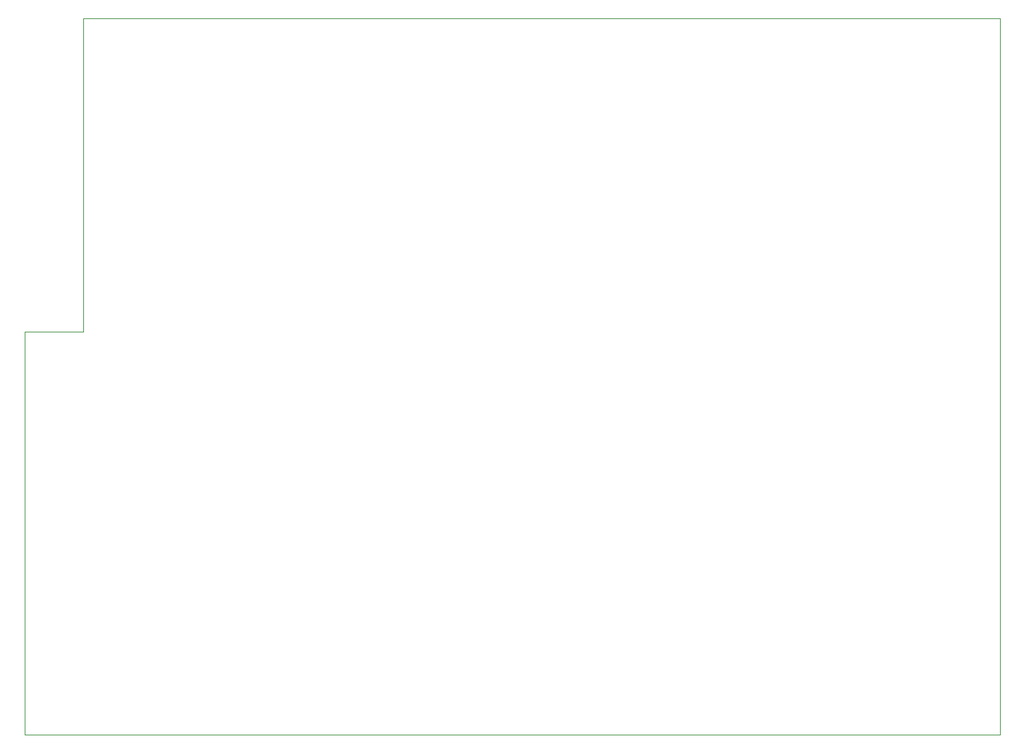
<source format=gbr>
%TF.GenerationSoftware,KiCad,Pcbnew,9.0.1*%
%TF.CreationDate,2025-05-15T18:24:47+02:00*%
%TF.ProjectId,Marble_Tiny,4d617262-6c65-45f5-9469-6e792e6b6963,rev?*%
%TF.SameCoordinates,Original*%
%TF.FileFunction,Profile,NP*%
%FSLAX46Y46*%
G04 Gerber Fmt 4.6, Leading zero omitted, Abs format (unit mm)*
G04 Created by KiCad (PCBNEW 9.0.1) date 2025-05-15 18:24:47*
%MOMM*%
%LPD*%
G01*
G04 APERTURE LIST*
%TA.AperFunction,Profile*%
%ADD10C,0.050000*%
%TD*%
G04 APERTURE END LIST*
D10*
X220000000Y-54000000D02*
X110000000Y-54000000D01*
X103000000Y-119600000D02*
X103000000Y-140000000D01*
X110000000Y-54000000D02*
X110000000Y-91600000D01*
X103000000Y-91600000D02*
X103000000Y-119600000D01*
X110000000Y-91600000D02*
X103000000Y-91600000D01*
X110000000Y-140000000D02*
X220000000Y-140000000D01*
X103000000Y-140000000D02*
X110000000Y-140000000D01*
X220000000Y-140000000D02*
X220000000Y-54000000D01*
M02*

</source>
